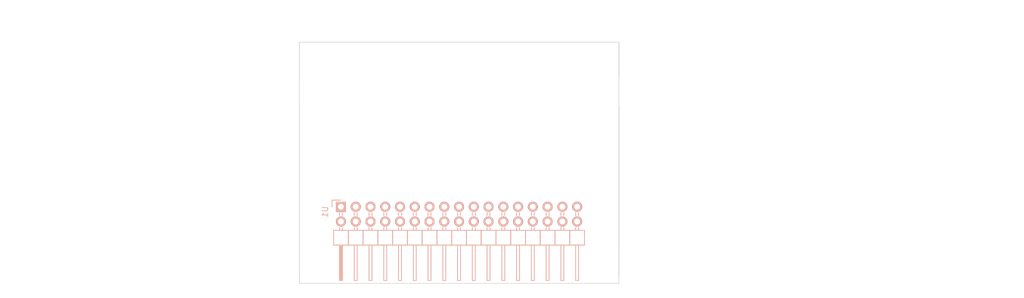
<source format=kicad_pcb>
(kicad_pcb (version 4) (host pcbnew 4.0.2-stable)

  (general
    (links 10)
    (no_connects 10)
    (area 109.233736 87.409199 164.333738 129.089001)
    (thickness 1.6)
    (drawings 23)
    (tracks 0)
    (zones 0)
    (modules 1)
    (nets 26)
  )

  (page A4)
  (layers
    (0 F.Cu signal)
    (31 B.Cu signal)
    (32 B.Adhes user)
    (33 F.Adhes user)
    (34 B.Paste user)
    (35 F.Paste user)
    (36 B.SilkS user)
    (37 F.SilkS user)
    (38 B.Mask user)
    (39 F.Mask user)
    (40 Dwgs.User user)
    (41 Cmts.User user)
    (42 Eco1.User user)
    (43 Eco2.User user)
    (44 Edge.Cuts user)
    (45 Margin user)
    (46 B.CrtYd user)
    (47 F.CrtYd user)
    (48 B.Fab user)
    (49 F.Fab user)
  )

  (setup
    (last_trace_width 0.25)
    (user_trace_width 0.25)
    (user_trace_width 0.6)
    (user_trace_width 2.6)
    (trace_clearance 0.2)
    (zone_clearance 0.508)
    (zone_45_only yes)
    (trace_min 0.2)
    (segment_width 0.2)
    (edge_width 0.15)
    (via_size 0.6)
    (via_drill 0.4)
    (via_min_size 0.4)
    (via_min_drill 0.3)
    (uvia_size 0.3)
    (uvia_drill 0.1)
    (uvias_allowed no)
    (uvia_min_size 0.2)
    (uvia_min_drill 0.1)
    (pcb_text_width 0.3)
    (pcb_text_size 1.5 1.5)
    (mod_edge_width 0.15)
    (mod_text_size 1 1)
    (mod_text_width 0.15)
    (pad_size 2 3)
    (pad_drill 1.2)
    (pad_to_mask_clearance 0.2)
    (aux_axis_origin 136.767 129.166)
    (grid_origin 109.335 87.51)
    (visible_elements 7FFEFFFF)
    (pcbplotparams
      (layerselection 0x010ff_80000001)
      (usegerberextensions false)
      (excludeedgelayer true)
      (linewidth 0.100000)
      (plotframeref false)
      (viasonmask false)
      (mode 1)
      (useauxorigin false)
      (hpglpennumber 1)
      (hpglpenspeed 20)
      (hpglpendiameter 15)
      (hpglpenoverlay 2)
      (psnegative false)
      (psa4output false)
      (plotreference true)
      (plotvalue true)
      (plotinvisibletext false)
      (padsonsilk false)
      (subtractmaskfromsilk false)
      (outputformat 1)
      (mirror false)
      (drillshape 0)
      (scaleselection 1)
      (outputdirectory ""))
  )

  (net 0 "")
  (net 1 /GND)
  (net 2 "Net-(U1-Pad1)")
  (net 3 "Net-(U1-Pad2)")
  (net 4 GND)
  (net 5 "Net-(U1-Pad4)")
  (net 6 "Net-(U1-Pad5)")
  (net 7 "Net-(U1-Pad7)")
  (net 8 "Net-(U1-Pad9)")
  (net 9 "Net-(U1-Pad11)")
  (net 10 "Net-(U1-Pad12)")
  (net 11 "Net-(U1-Pad14)")
  (net 12 "Net-(U1-Pad15)")
  (net 13 "Net-(U1-Pad16)")
  (net 14 "Net-(U1-Pad17)")
  (net 15 "Net-(U1-Pad18)")
  (net 16 "Net-(U1-Pad19)")
  (net 17 "Net-(U1-Pad20)")
  (net 18 "Net-(U1-Pad21)")
  (net 19 "Net-(U1-Pad22)")
  (net 20 "Net-(U1-Pad23)")
  (net 21 "Net-(U1-Pad24)")
  (net 22 "Net-(U1-Pad25)")
  (net 23 "Net-(U1-Pad26)")
  (net 24 V12_2)
  (net 25 VIN)

  (net_class Default "This is the default net class."
    (clearance 0.2)
    (trace_width 0.25)
    (via_dia 0.6)
    (via_drill 0.4)
    (uvia_dia 0.3)
    (uvia_drill 0.1)
    (add_net GND)
    (add_net "Net-(U1-Pad1)")
    (add_net "Net-(U1-Pad11)")
    (add_net "Net-(U1-Pad12)")
    (add_net "Net-(U1-Pad14)")
    (add_net "Net-(U1-Pad15)")
    (add_net "Net-(U1-Pad16)")
    (add_net "Net-(U1-Pad17)")
    (add_net "Net-(U1-Pad18)")
    (add_net "Net-(U1-Pad19)")
    (add_net "Net-(U1-Pad2)")
    (add_net "Net-(U1-Pad20)")
    (add_net "Net-(U1-Pad21)")
    (add_net "Net-(U1-Pad22)")
    (add_net "Net-(U1-Pad23)")
    (add_net "Net-(U1-Pad24)")
    (add_net "Net-(U1-Pad25)")
    (add_net "Net-(U1-Pad26)")
    (add_net "Net-(U1-Pad4)")
    (add_net "Net-(U1-Pad5)")
    (add_net "Net-(U1-Pad7)")
    (add_net "Net-(U1-Pad9)")
    (add_net V12_2)
    (add_net VIN)
  )

  (net_class High_Power ""
    (clearance 0.2)
    (trace_width 2.6)
    (via_dia 0.6)
    (via_drill 0.4)
    (uvia_dia 0.3)
    (uvia_drill 0.1)
  )

  (net_class Power ""
    (clearance 0.2)
    (trace_width 1)
    (via_dia 0.6)
    (via_drill 0.4)
    (uvia_dia 0.3)
    (uvia_drill 0.1)
  )

  (module Pin_Headers:Pin_Header_Angled_2x17 (layer B.Cu) (tedit 57BA8673) (tstamp 57BE942E)
    (at 116.447 115.831 270)
    (descr "Through hole pin header")
    (tags "pin header")
    (path /57BA8F21)
    (fp_text reference U1 (at 0.889 2.7305 270) (layer B.SilkS)
      (effects (font (size 1 1) (thickness 0.15)) (justify mirror))
    )
    (fp_text value OpenCNX_34Pin (at 0 3.1 270) (layer B.Fab)
      (effects (font (size 1 1) (thickness 0.15)) (justify mirror))
    )
    (fp_line (start -1.35 1.75) (end -1.35 -42.4) (layer B.CrtYd) (width 0.05))
    (fp_line (start 13.2 1.75) (end 13.2 -42.4) (layer B.CrtYd) (width 0.05))
    (fp_line (start -1.35 1.75) (end 13.2 1.75) (layer B.CrtYd) (width 0.05))
    (fp_line (start -1.35 -42.4) (end 13.2 -42.4) (layer B.CrtYd) (width 0.05))
    (fp_line (start 1.524 -7.366) (end 1.016 -7.366) (layer B.SilkS) (width 0.15))
    (fp_line (start 1.524 -7.874) (end 1.016 -7.874) (layer B.SilkS) (width 0.15))
    (fp_line (start 1.524 -9.906) (end 1.016 -9.906) (layer B.SilkS) (width 0.15))
    (fp_line (start 1.524 -10.414) (end 1.016 -10.414) (layer B.SilkS) (width 0.15))
    (fp_line (start 1.524 -5.334) (end 1.016 -5.334) (layer B.SilkS) (width 0.15))
    (fp_line (start 1.524 -4.826) (end 1.016 -4.826) (layer B.SilkS) (width 0.15))
    (fp_line (start 1.524 -2.794) (end 1.016 -2.794) (layer B.SilkS) (width 0.15))
    (fp_line (start 1.524 -2.286) (end 1.016 -2.286) (layer B.SilkS) (width 0.15))
    (fp_line (start 1.524 -0.254) (end 1.016 -0.254) (layer B.SilkS) (width 0.15))
    (fp_line (start 1.524 0.254) (end 1.016 0.254) (layer B.SilkS) (width 0.15))
    (fp_line (start 1.524 -37.846) (end 1.016 -37.846) (layer B.SilkS) (width 0.15))
    (fp_line (start 1.524 -38.354) (end 1.016 -38.354) (layer B.SilkS) (width 0.15))
    (fp_line (start 1.524 -40.386) (end 1.016 -40.386) (layer B.SilkS) (width 0.15))
    (fp_line (start 1.524 -40.894) (end 1.016 -40.894) (layer B.SilkS) (width 0.15))
    (fp_line (start 1.524 -35.814) (end 1.016 -35.814) (layer B.SilkS) (width 0.15))
    (fp_line (start 1.524 -35.306) (end 1.016 -35.306) (layer B.SilkS) (width 0.15))
    (fp_line (start 1.524 -33.274) (end 1.016 -33.274) (layer B.SilkS) (width 0.15))
    (fp_line (start 1.524 -32.766) (end 1.016 -32.766) (layer B.SilkS) (width 0.15))
    (fp_line (start 1.524 -27.686) (end 1.016 -27.686) (layer B.SilkS) (width 0.15))
    (fp_line (start 1.524 -28.194) (end 1.016 -28.194) (layer B.SilkS) (width 0.15))
    (fp_line (start 1.524 -30.226) (end 1.016 -30.226) (layer B.SilkS) (width 0.15))
    (fp_line (start 1.524 -30.734) (end 1.016 -30.734) (layer B.SilkS) (width 0.15))
    (fp_line (start 1.524 -25.654) (end 1.016 -25.654) (layer B.SilkS) (width 0.15))
    (fp_line (start 1.524 -25.146) (end 1.016 -25.146) (layer B.SilkS) (width 0.15))
    (fp_line (start 1.524 -23.114) (end 1.016 -23.114) (layer B.SilkS) (width 0.15))
    (fp_line (start 1.524 -22.606) (end 1.016 -22.606) (layer B.SilkS) (width 0.15))
    (fp_line (start 1.524 -12.446) (end 1.016 -12.446) (layer B.SilkS) (width 0.15))
    (fp_line (start 1.524 -12.954) (end 1.016 -12.954) (layer B.SilkS) (width 0.15))
    (fp_line (start 1.524 -14.986) (end 1.016 -14.986) (layer B.SilkS) (width 0.15))
    (fp_line (start 1.524 -15.494) (end 1.016 -15.494) (layer B.SilkS) (width 0.15))
    (fp_line (start 1.524 -20.574) (end 1.016 -20.574) (layer B.SilkS) (width 0.15))
    (fp_line (start 1.524 -20.066) (end 1.016 -20.066) (layer B.SilkS) (width 0.15))
    (fp_line (start 1.524 -18.034) (end 1.016 -18.034) (layer B.SilkS) (width 0.15))
    (fp_line (start 1.524 -17.526) (end 1.016 -17.526) (layer B.SilkS) (width 0.15))
    (fp_line (start 4.064 -40.894) (end 3.556 -40.894) (layer B.SilkS) (width 0.15))
    (fp_line (start 4.064 -40.386) (end 3.556 -40.386) (layer B.SilkS) (width 0.15))
    (fp_line (start 4.064 -25.146) (end 3.556 -25.146) (layer B.SilkS) (width 0.15))
    (fp_line (start 4.064 -25.654) (end 3.556 -25.654) (layer B.SilkS) (width 0.15))
    (fp_line (start 4.064 -27.686) (end 3.556 -27.686) (layer B.SilkS) (width 0.15))
    (fp_line (start 4.064 -28.194) (end 3.556 -28.194) (layer B.SilkS) (width 0.15))
    (fp_line (start 4.064 -23.114) (end 3.556 -23.114) (layer B.SilkS) (width 0.15))
    (fp_line (start 4.064 -22.606) (end 3.556 -22.606) (layer B.SilkS) (width 0.15))
    (fp_line (start 4.064 -20.574) (end 3.556 -20.574) (layer B.SilkS) (width 0.15))
    (fp_line (start 4.064 -20.066) (end 3.556 -20.066) (layer B.SilkS) (width 0.15))
    (fp_line (start 4.064 -30.226) (end 3.556 -30.226) (layer B.SilkS) (width 0.15))
    (fp_line (start 4.064 -30.734) (end 3.556 -30.734) (layer B.SilkS) (width 0.15))
    (fp_line (start 4.064 -32.766) (end 3.556 -32.766) (layer B.SilkS) (width 0.15))
    (fp_line (start 4.064 -33.274) (end 3.556 -33.274) (layer B.SilkS) (width 0.15))
    (fp_line (start 4.064 -38.354) (end 3.556 -38.354) (layer B.SilkS) (width 0.15))
    (fp_line (start 4.064 -37.846) (end 3.556 -37.846) (layer B.SilkS) (width 0.15))
    (fp_line (start 4.064 -35.814) (end 3.556 -35.814) (layer B.SilkS) (width 0.15))
    (fp_line (start 4.064 -35.306) (end 3.556 -35.306) (layer B.SilkS) (width 0.15))
    (fp_line (start 4.064 -14.986) (end 3.556 -14.986) (layer B.SilkS) (width 0.15))
    (fp_line (start 4.064 -15.494) (end 3.556 -15.494) (layer B.SilkS) (width 0.15))
    (fp_line (start 4.064 -17.526) (end 3.556 -17.526) (layer B.SilkS) (width 0.15))
    (fp_line (start 4.064 -18.034) (end 3.556 -18.034) (layer B.SilkS) (width 0.15))
    (fp_line (start 4.064 -12.954) (end 3.556 -12.954) (layer B.SilkS) (width 0.15))
    (fp_line (start 4.064 -12.446) (end 3.556 -12.446) (layer B.SilkS) (width 0.15))
    (fp_line (start 4.064 -10.414) (end 3.556 -10.414) (layer B.SilkS) (width 0.15))
    (fp_line (start 4.064 -9.906) (end 3.556 -9.906) (layer B.SilkS) (width 0.15))
    (fp_line (start 4.064 0.254) (end 3.556 0.254) (layer B.SilkS) (width 0.15))
    (fp_line (start 4.064 -0.254) (end 3.556 -0.254) (layer B.SilkS) (width 0.15))
    (fp_line (start 4.064 -2.286) (end 3.556 -2.286) (layer B.SilkS) (width 0.15))
    (fp_line (start 4.064 -2.794) (end 3.556 -2.794) (layer B.SilkS) (width 0.15))
    (fp_line (start 4.064 -7.874) (end 3.556 -7.874) (layer B.SilkS) (width 0.15))
    (fp_line (start 4.064 -7.366) (end 3.556 -7.366) (layer B.SilkS) (width 0.15))
    (fp_line (start 4.064 -5.334) (end 3.556 -5.334) (layer B.SilkS) (width 0.15))
    (fp_line (start 4.064 -4.826) (end 3.556 -4.826) (layer B.SilkS) (width 0.15))
    (fp_line (start 0 1.55) (end -1.15 1.55) (layer B.SilkS) (width 0.15))
    (fp_line (start -1.15 1.55) (end -1.15 0) (layer B.SilkS) (width 0.15))
    (fp_line (start 6.604 0.127) (end 12.573 0.127) (layer B.SilkS) (width 0.15))
    (fp_line (start 12.573 0.127) (end 12.573 -0.127) (layer B.SilkS) (width 0.15))
    (fp_line (start 12.573 -0.127) (end 6.731 -0.127) (layer B.SilkS) (width 0.15))
    (fp_line (start 6.731 -0.127) (end 6.731 0) (layer B.SilkS) (width 0.15))
    (fp_line (start 6.731 0) (end 12.573 0) (layer B.SilkS) (width 0.15))
    (fp_line (start 4.064 -39.37) (end 6.604 -39.37) (layer B.SilkS) (width 0.15))
    (fp_line (start 4.064 -39.37) (end 4.064 -41.91) (layer B.SilkS) (width 0.15))
    (fp_line (start 6.604 -40.386) (end 12.7 -40.386) (layer B.SilkS) (width 0.15))
    (fp_line (start 12.7 -40.386) (end 12.7 -40.894) (layer B.SilkS) (width 0.15))
    (fp_line (start 12.7 -40.894) (end 6.604 -40.894) (layer B.SilkS) (width 0.15))
    (fp_line (start 6.604 -41.91) (end 6.604 -39.37) (layer B.SilkS) (width 0.15))
    (fp_line (start 4.064 -41.91) (end 6.604 -41.91) (layer B.SilkS) (width 0.15))
    (fp_line (start 4.064 -19.05) (end 6.604 -19.05) (layer B.SilkS) (width 0.15))
    (fp_line (start 4.064 -19.05) (end 4.064 -21.59) (layer B.SilkS) (width 0.15))
    (fp_line (start 4.064 -21.59) (end 6.604 -21.59) (layer B.SilkS) (width 0.15))
    (fp_line (start 6.604 -20.066) (end 12.7 -20.066) (layer B.SilkS) (width 0.15))
    (fp_line (start 12.7 -20.066) (end 12.7 -20.574) (layer B.SilkS) (width 0.15))
    (fp_line (start 12.7 -20.574) (end 6.604 -20.574) (layer B.SilkS) (width 0.15))
    (fp_line (start 6.604 -21.59) (end 6.604 -19.05) (layer B.SilkS) (width 0.15))
    (fp_line (start 6.604 -24.13) (end 6.604 -21.59) (layer B.SilkS) (width 0.15))
    (fp_line (start 12.7 -23.114) (end 6.604 -23.114) (layer B.SilkS) (width 0.15))
    (fp_line (start 12.7 -22.606) (end 12.7 -23.114) (layer B.SilkS) (width 0.15))
    (fp_line (start 6.604 -22.606) (end 12.7 -22.606) (layer B.SilkS) (width 0.15))
    (fp_line (start 4.064 -24.13) (end 6.604 -24.13) (layer B.SilkS) (width 0.15))
    (fp_line (start 4.064 -21.59) (end 4.064 -24.13) (layer B.SilkS) (width 0.15))
    (fp_line (start 4.064 -21.59) (end 6.604 -21.59) (layer B.SilkS) (width 0.15))
    (fp_line (start 4.064 -26.67) (end 6.604 -26.67) (layer B.SilkS) (width 0.15))
    (fp_line (start 4.064 -26.67) (end 4.064 -29.21) (layer B.SilkS) (width 0.15))
    (fp_line (start 4.064 -29.21) (end 6.604 -29.21) (layer B.SilkS) (width 0.15))
    (fp_line (start 6.604 -27.686) (end 12.7 -27.686) (layer B.SilkS) (width 0.15))
    (fp_line (start 12.7 -27.686) (end 12.7 -28.194) (layer B.SilkS) (width 0.15))
    (fp_line (start 12.7 -28.194) (end 6.604 -28.194) (layer B.SilkS) (width 0.15))
    (fp_line (start 6.604 -29.21) (end 6.604 -26.67) (layer B.SilkS) (width 0.15))
    (fp_line (start 6.604 -26.67) (end 6.604 -24.13) (layer B.SilkS) (width 0.15))
    (fp_line (start 12.7 -25.654) (end 6.604 -25.654) (layer B.SilkS) (width 0.15))
    (fp_line (start 12.7 -25.146) (end 12.7 -25.654) (layer B.SilkS) (width 0.15))
    (fp_line (start 6.604 -25.146) (end 12.7 -25.146) (layer B.SilkS) (width 0.15))
    (fp_line (start 4.064 -26.67) (end 6.604 -26.67) (layer B.SilkS) (width 0.15))
    (fp_line (start 4.064 -24.13) (end 4.064 -26.67) (layer B.SilkS) (width 0.15))
    (fp_line (start 4.064 -24.13) (end 6.604 -24.13) (layer B.SilkS) (width 0.15))
    (fp_line (start 4.064 -34.29) (end 6.604 -34.29) (layer B.SilkS) (width 0.15))
    (fp_line (start 4.064 -34.29) (end 4.064 -36.83) (layer B.SilkS) (width 0.15))
    (fp_line (start 4.064 -36.83) (end 6.604 -36.83) (layer B.SilkS) (width 0.15))
    (fp_line (start 6.604 -35.306) (end 12.7 -35.306) (layer B.SilkS) (width 0.15))
    (fp_line (start 12.7 -35.306) (end 12.7 -35.814) (layer B.SilkS) (width 0.15))
    (fp_line (start 12.7 -35.814) (end 6.604 -35.814) (layer B.SilkS) (width 0.15))
    (fp_line (start 6.604 -36.83) (end 6.604 -34.29) (layer B.SilkS) (width 0.15))
    (fp_line (start 6.604 -39.37) (end 6.604 -36.83) (layer B.SilkS) (width 0.15))
    (fp_line (start 12.7 -38.354) (end 6.604 -38.354) (layer B.SilkS) (width 0.15))
    (fp_line (start 12.7 -37.846) (end 12.7 -38.354) (layer B.SilkS) (width 0.15))
    (fp_line (start 6.604 -37.846) (end 12.7 -37.846) (layer B.SilkS) (width 0.15))
    (fp_line (start 4.064 -39.37) (end 6.604 -39.37) (layer B.SilkS) (width 0.15))
    (fp_line (start 4.064 -36.83) (end 4.064 -39.37) (layer B.SilkS) (width 0.15))
    (fp_line (start 4.064 -36.83) (end 6.604 -36.83) (layer B.SilkS) (width 0.15))
    (fp_line (start 4.064 -31.75) (end 6.604 -31.75) (layer B.SilkS) (width 0.15))
    (fp_line (start 4.064 -31.75) (end 4.064 -34.29) (layer B.SilkS) (width 0.15))
    (fp_line (start 4.064 -34.29) (end 6.604 -34.29) (layer B.SilkS) (width 0.15))
    (fp_line (start 6.604 -32.766) (end 12.7 -32.766) (layer B.SilkS) (width 0.15))
    (fp_line (start 12.7 -32.766) (end 12.7 -33.274) (layer B.SilkS) (width 0.15))
    (fp_line (start 12.7 -33.274) (end 6.604 -33.274) (layer B.SilkS) (width 0.15))
    (fp_line (start 6.604 -34.29) (end 6.604 -31.75) (layer B.SilkS) (width 0.15))
    (fp_line (start 6.604 -31.75) (end 6.604 -29.21) (layer B.SilkS) (width 0.15))
    (fp_line (start 12.7 -30.734) (end 6.604 -30.734) (layer B.SilkS) (width 0.15))
    (fp_line (start 12.7 -30.226) (end 12.7 -30.734) (layer B.SilkS) (width 0.15))
    (fp_line (start 6.604 -30.226) (end 12.7 -30.226) (layer B.SilkS) (width 0.15))
    (fp_line (start 4.064 -31.75) (end 6.604 -31.75) (layer B.SilkS) (width 0.15))
    (fp_line (start 4.064 -29.21) (end 4.064 -31.75) (layer B.SilkS) (width 0.15))
    (fp_line (start 4.064 -29.21) (end 6.604 -29.21) (layer B.SilkS) (width 0.15))
    (fp_line (start 4.064 -8.89) (end 6.604 -8.89) (layer B.SilkS) (width 0.15))
    (fp_line (start 4.064 -8.89) (end 4.064 -11.43) (layer B.SilkS) (width 0.15))
    (fp_line (start 4.064 -11.43) (end 6.604 -11.43) (layer B.SilkS) (width 0.15))
    (fp_line (start 6.604 -9.906) (end 12.7 -9.906) (layer B.SilkS) (width 0.15))
    (fp_line (start 12.7 -9.906) (end 12.7 -10.414) (layer B.SilkS) (width 0.15))
    (fp_line (start 12.7 -10.414) (end 6.604 -10.414) (layer B.SilkS) (width 0.15))
    (fp_line (start 6.604 -11.43) (end 6.604 -8.89) (layer B.SilkS) (width 0.15))
    (fp_line (start 6.604 -13.97) (end 6.604 -11.43) (layer B.SilkS) (width 0.15))
    (fp_line (start 12.7 -12.954) (end 6.604 -12.954) (layer B.SilkS) (width 0.15))
    (fp_line (start 12.7 -12.446) (end 12.7 -12.954) (layer B.SilkS) (width 0.15))
    (fp_line (start 6.604 -12.446) (end 12.7 -12.446) (layer B.SilkS) (width 0.15))
    (fp_line (start 4.064 -13.97) (end 6.604 -13.97) (layer B.SilkS) (width 0.15))
    (fp_line (start 4.064 -11.43) (end 4.064 -13.97) (layer B.SilkS) (width 0.15))
    (fp_line (start 4.064 -11.43) (end 6.604 -11.43) (layer B.SilkS) (width 0.15))
    (fp_line (start 4.064 -16.51) (end 6.604 -16.51) (layer B.SilkS) (width 0.15))
    (fp_line (start 4.064 -16.51) (end 4.064 -19.05) (layer B.SilkS) (width 0.15))
    (fp_line (start 4.064 -19.05) (end 6.604 -19.05) (layer B.SilkS) (width 0.15))
    (fp_line (start 6.604 -17.526) (end 12.7 -17.526) (layer B.SilkS) (width 0.15))
    (fp_line (start 12.7 -17.526) (end 12.7 -18.034) (layer B.SilkS) (width 0.15))
    (fp_line (start 12.7 -18.034) (end 6.604 -18.034) (layer B.SilkS) (width 0.15))
    (fp_line (start 6.604 -19.05) (end 6.604 -16.51) (layer B.SilkS) (width 0.15))
    (fp_line (start 6.604 -16.51) (end 6.604 -13.97) (layer B.SilkS) (width 0.15))
    (fp_line (start 12.7 -15.494) (end 6.604 -15.494) (layer B.SilkS) (width 0.15))
    (fp_line (start 12.7 -14.986) (end 12.7 -15.494) (layer B.SilkS) (width 0.15))
    (fp_line (start 6.604 -14.986) (end 12.7 -14.986) (layer B.SilkS) (width 0.15))
    (fp_line (start 4.064 -16.51) (end 6.604 -16.51) (layer B.SilkS) (width 0.15))
    (fp_line (start 4.064 -13.97) (end 4.064 -16.51) (layer B.SilkS) (width 0.15))
    (fp_line (start 4.064 -13.97) (end 6.604 -13.97) (layer B.SilkS) (width 0.15))
    (fp_line (start 4.064 -3.81) (end 6.604 -3.81) (layer B.SilkS) (width 0.15))
    (fp_line (start 4.064 -3.81) (end 4.064 -6.35) (layer B.SilkS) (width 0.15))
    (fp_line (start 4.064 -6.35) (end 6.604 -6.35) (layer B.SilkS) (width 0.15))
    (fp_line (start 6.604 -4.826) (end 12.7 -4.826) (layer B.SilkS) (width 0.15))
    (fp_line (start 12.7 -4.826) (end 12.7 -5.334) (layer B.SilkS) (width 0.15))
    (fp_line (start 12.7 -5.334) (end 6.604 -5.334) (layer B.SilkS) (width 0.15))
    (fp_line (start 6.604 -6.35) (end 6.604 -3.81) (layer B.SilkS) (width 0.15))
    (fp_line (start 6.604 -8.89) (end 6.604 -6.35) (layer B.SilkS) (width 0.15))
    (fp_line (start 12.7 -7.874) (end 6.604 -7.874) (layer B.SilkS) (width 0.15))
    (fp_line (start 12.7 -7.366) (end 12.7 -7.874) (layer B.SilkS) (width 0.15))
    (fp_line (start 6.604 -7.366) (end 12.7 -7.366) (layer B.SilkS) (width 0.15))
    (fp_line (start 4.064 -8.89) (end 6.604 -8.89) (layer B.SilkS) (width 0.15))
    (fp_line (start 4.064 -6.35) (end 4.064 -8.89) (layer B.SilkS) (width 0.15))
    (fp_line (start 4.064 -6.35) (end 6.604 -6.35) (layer B.SilkS) (width 0.15))
    (fp_line (start 4.064 -1.27) (end 6.604 -1.27) (layer B.SilkS) (width 0.15))
    (fp_line (start 4.064 -1.27) (end 4.064 -3.81) (layer B.SilkS) (width 0.15))
    (fp_line (start 4.064 -3.81) (end 6.604 -3.81) (layer B.SilkS) (width 0.15))
    (fp_line (start 6.604 -2.286) (end 12.7 -2.286) (layer B.SilkS) (width 0.15))
    (fp_line (start 12.7 -2.286) (end 12.7 -2.794) (layer B.SilkS) (width 0.15))
    (fp_line (start 12.7 -2.794) (end 6.604 -2.794) (layer B.SilkS) (width 0.15))
    (fp_line (start 6.604 -3.81) (end 6.604 -1.27) (layer B.SilkS) (width 0.15))
    (fp_line (start 6.604 -1.27) (end 6.604 1.27) (layer B.SilkS) (width 0.15))
    (fp_line (start 12.7 -0.254) (end 6.604 -0.254) (layer B.SilkS) (width 0.15))
    (fp_line (start 12.7 0.254) (end 12.7 -0.254) (layer B.SilkS) (width 0.15))
    (fp_line (start 6.604 0.254) (end 12.7 0.254) (layer B.SilkS) (width 0.15))
    (fp_line (start 4.064 -1.27) (end 6.604 -1.27) (layer B.SilkS) (width 0.15))
    (fp_line (start 4.064 1.27) (end 4.064 -1.27) (layer B.SilkS) (width 0.15))
    (fp_line (start 4.064 1.27) (end 6.604 1.27) (layer B.SilkS) (width 0.15))
    (pad 1 thru_hole rect (at 0 0 270) (size 1.7272 1.7272) (drill 1.016) (layers *.Cu *.Mask B.SilkS)
      (net 2 "Net-(U1-Pad1)"))
    (pad 2 thru_hole oval (at 2.54 0 270) (size 1.7272 1.7272) (drill 1.016) (layers *.Cu *.Mask B.SilkS)
      (net 3 "Net-(U1-Pad2)"))
    (pad 3 thru_hole oval (at 0 -2.54 270) (size 1.7272 1.7272) (drill 1.016) (layers *.Cu *.Mask B.SilkS)
      (net 4 GND))
    (pad 4 thru_hole oval (at 2.54 -2.54 270) (size 1.7272 1.7272) (drill 1.016) (layers *.Cu *.Mask B.SilkS)
      (net 5 "Net-(U1-Pad4)"))
    (pad 5 thru_hole oval (at 0 -5.08 270) (size 1.7272 1.7272) (drill 1.016) (layers *.Cu *.Mask B.SilkS)
      (net 6 "Net-(U1-Pad5)"))
    (pad 6 thru_hole oval (at 2.54 -5.08 270) (size 1.7272 1.7272) (drill 1.016) (layers *.Cu *.Mask B.SilkS)
      (net 4 GND))
    (pad 7 thru_hole oval (at 0 -7.62 270) (size 1.7272 1.7272) (drill 1.016) (layers *.Cu *.Mask B.SilkS)
      (net 7 "Net-(U1-Pad7)"))
    (pad 8 thru_hole oval (at 2.54 -7.62 270) (size 1.7272 1.7272) (drill 1.016) (layers *.Cu *.Mask B.SilkS)
      (net 4 GND))
    (pad 9 thru_hole oval (at 0 -10.16 270) (size 1.7272 1.7272) (drill 1.016) (layers *.Cu *.Mask B.SilkS)
      (net 8 "Net-(U1-Pad9)"))
    (pad 10 thru_hole oval (at 2.54 -10.16 270) (size 1.7272 1.7272) (drill 1.016) (layers *.Cu *.Mask B.SilkS)
      (net 4 GND))
    (pad 11 thru_hole oval (at 0 -12.7 270) (size 1.7272 1.7272) (drill 1.016) (layers *.Cu *.Mask B.SilkS)
      (net 9 "Net-(U1-Pad11)"))
    (pad 12 thru_hole oval (at 2.54 -12.7 270) (size 1.7272 1.7272) (drill 1.016) (layers *.Cu *.Mask B.SilkS)
      (net 10 "Net-(U1-Pad12)"))
    (pad 13 thru_hole oval (at 0 -15.24 270) (size 1.7272 1.7272) (drill 1.016) (layers *.Cu *.Mask B.SilkS)
      (net 4 GND))
    (pad 14 thru_hole oval (at 2.54 -15.24 270) (size 1.7272 1.7272) (drill 1.016) (layers *.Cu *.Mask B.SilkS)
      (net 11 "Net-(U1-Pad14)"))
    (pad 15 thru_hole oval (at 0 -17.78 270) (size 1.7272 1.7272) (drill 1.016) (layers *.Cu *.Mask B.SilkS)
      (net 12 "Net-(U1-Pad15)"))
    (pad 16 thru_hole oval (at 2.54 -17.78 270) (size 1.7272 1.7272) (drill 1.016) (layers *.Cu *.Mask B.SilkS)
      (net 13 "Net-(U1-Pad16)"))
    (pad 17 thru_hole oval (at 0 -20.32 270) (size 1.7272 1.7272) (drill 1.016) (layers *.Cu *.Mask B.SilkS)
      (net 14 "Net-(U1-Pad17)"))
    (pad 18 thru_hole oval (at 2.54 -20.32 270) (size 1.7272 1.7272) (drill 1.016) (layers *.Cu *.Mask B.SilkS)
      (net 15 "Net-(U1-Pad18)"))
    (pad 19 thru_hole oval (at 0 -22.86 270) (size 1.7272 1.7272) (drill 1.016) (layers *.Cu *.Mask B.SilkS)
      (net 16 "Net-(U1-Pad19)"))
    (pad 20 thru_hole oval (at 2.54 -22.86 270) (size 1.7272 1.7272) (drill 1.016) (layers *.Cu *.Mask B.SilkS)
      (net 17 "Net-(U1-Pad20)"))
    (pad 21 thru_hole oval (at 0 -25.4 270) (size 1.7272 1.7272) (drill 1.016) (layers *.Cu *.Mask B.SilkS)
      (net 18 "Net-(U1-Pad21)"))
    (pad 22 thru_hole oval (at 2.54 -25.4 270) (size 1.7272 1.7272) (drill 1.016) (layers *.Cu *.Mask B.SilkS)
      (net 19 "Net-(U1-Pad22)"))
    (pad 23 thru_hole oval (at 0 -27.94 270) (size 1.7272 1.7272) (drill 1.016) (layers *.Cu *.Mask B.SilkS)
      (net 20 "Net-(U1-Pad23)"))
    (pad 24 thru_hole oval (at 2.54 -27.94 270) (size 1.7272 1.7272) (drill 1.016) (layers *.Cu *.Mask B.SilkS)
      (net 21 "Net-(U1-Pad24)"))
    (pad 25 thru_hole oval (at 0 -30.48 270) (size 1.7272 1.7272) (drill 1.016) (layers *.Cu *.Mask B.SilkS)
      (net 22 "Net-(U1-Pad25)"))
    (pad 26 thru_hole oval (at 2.54 -30.48 270) (size 1.7272 1.7272) (drill 1.016) (layers *.Cu *.Mask B.SilkS)
      (net 23 "Net-(U1-Pad26)"))
    (pad 27 thru_hole oval (at 0 -33.02 270) (size 1.7272 1.7272) (drill 1.016) (layers *.Cu *.Mask B.SilkS)
      (net 4 GND))
    (pad 28 thru_hole oval (at 2.54 -33.02 270) (size 1.7272 1.7272) (drill 1.016) (layers *.Cu *.Mask B.SilkS)
      (net 4 GND))
    (pad 29 thru_hole oval (at 0 -35.56 270) (size 1.7272 1.7272) (drill 1.016) (layers *.Cu *.Mask B.SilkS)
      (net 24 V12_2))
    (pad 30 thru_hole oval (at 2.54 -35.56 270) (size 1.7272 1.7272) (drill 1.016) (layers *.Cu *.Mask B.SilkS)
      (net 24 V12_2))
    (pad 31 thru_hole oval (at 0 -38.1 270) (size 1.7272 1.7272) (drill 1.016) (layers *.Cu *.Mask B.SilkS)
      (net 25 VIN))
    (pad 32 thru_hole oval (at 2.54 -38.1 270) (size 1.7272 1.7272) (drill 1.016) (layers *.Cu *.Mask B.SilkS)
      (net 25 VIN))
    (pad 33 thru_hole oval (at 0 -40.64 270) (size 1.7272 1.7272) (drill 1.016) (layers *.Cu *.Mask B.SilkS)
      (net 25 VIN))
    (pad 34 thru_hole oval (at 2.54 -40.64 270) (size 1.7272 1.7272) (drill 1.016) (layers *.Cu *.Mask B.SilkS)
      (net 25 VIN))
    (model "../../../../../../Users/Makible/Downloads/2x17 male pin header.wrl"
      (at (xyz 0.445 -0.8100000000000001 0.08))
      (scale (xyz 0.394 0.394 0.394))
      (rotate (xyz 0 0 -90))
    )
  )

  (gr_line (start 109.2842 129.039) (end 109.335 129.039) (angle 90) (layer Edge.Cuts) (width 0.1))
  (gr_line (start 164.2752 87.4592) (end 164.2752 129.039) (angle 90) (layer Edge.Cuts) (width 0.1))
  (gr_line (start 109.2842 128.0484) (end 109.2842 129.039) (angle 90) (layer Edge.Cuts) (width 0.1))
  (gr_line (start 109.2842 87.4592) (end 109.2842 129.039) (angle 90) (layer Edge.Cuts) (width 0.1))
  (gr_line (start 164.2625 129.039) (end 109.335 129.039) (angle 90) (layer Edge.Cuts) (width 0.1))
  (gr_line (start 109.2842 128.023) (end 109.2842 128.3024) (angle 90) (layer Edge.Cuts) (width 0.1))
  (gr_line (start 109.2842 128.03824) (end 109.2842 121.94224) (angle 90) (layer Edge.Cuts) (width 0.1))
  (gr_line (start 164.28028 122.00828) (end 164.28028 128.03824) (angle 90) (layer Edge.Cuts) (width 0.1))
  (gr_line (start 164.28028 121.94732) (end 164.28028 122.01336) (angle 90) (layer Edge.Cuts) (width 0.1))
  (gr_text "After placing all components and running\ntracks between them, use the area fill tool\n(it is a green box with a pad symbol in the middle, \nlocated on the right) to automatically create ground\nplanes. You can leave the ground pads unconnected\nand then use vias to connect places that need it." (at 172.125 118.7) (layer Dwgs.User)
    (effects (font (size 1.5 1.5) (thickness 0.3)) (justify left))
  )
  (gr_text "Place all connectors to the RIGHT of the box\nto provide clearance for casing." (at 110.725 83.05) (layer Dwgs.User)
    (effects (font (size 1.5 1.5) (thickness 0.3)) (justify right))
  )
  (gr_text "Place all connectors to the LEFT of the box\nto provide clearance for casing." (at 162.425 82.8) (layer Dwgs.User)
    (effects (font (size 1.5 1.5) (thickness 0.3)) (justify left))
  )
  (gr_text "KK254\nKK396\n\nLower Boundary Of Plastic Spacer\n(Place all FRONT components below this, \nor 2mm above this to clear.)" (at 169.025 99.95) (layer Dwgs.User)
    (effects (font (size 1.5 1.5) (thickness 0.3)) (justify left))
  )
  (gr_line (start 112.875 93.4) (end 160.775 93.4) (angle 90) (layer Dwgs.User) (width 0.2))
  (gr_line (start 112.725 96.2) (end 160.825 96.2) (angle 90) (layer Dwgs.User) (width 0.2))
  (gr_line (start 112.825 101) (end 112.825 87.45) (angle 90) (layer Dwgs.User) (width 0.2))
  (gr_line (start 160.825 101) (end 112.825 101) (angle 90) (layer Dwgs.User) (width 0.2))
  (gr_line (start 160.825 87.45) (end 160.825 101) (angle 90) (layer Dwgs.User) (width 0.2))
  (gr_line (start 109.283737 98.459737) (end 109.283737 121.959737) (layer Edge.Cuts) (width 0.1))
  (gr_line (start 164.283737 121.959737) (end 164.283737 98.459737) (layer Edge.Cuts) (width 0.1))
  (gr_line (start 109.283737 87.459737) (end 109.283737 93.659737) (layer Edge.Cuts) (width 0.1))
  (gr_line (start 164.283737 93.659737) (end 164.283737 87.459737) (layer Edge.Cuts) (width 0.1))
  (gr_line (start 164.283737 87.459737) (end 109.283737 87.459737) (layer Edge.Cuts) (width 0.1))

  (zone (net 1) (net_name /GND) (layer B.Cu) (tstamp 579237E4) (hatch edge 0.508)
    (connect_pads (clearance 0.508))
    (min_thickness 0.254)
    (fill (arc_segments 16) (thermal_gap 0.508) (thermal_bridge_width 0.508))
    (polygon
      (pts
        (xy 164.88492 130.77112) (xy 107.83492 130.87112) (xy 108.1019 87.077) (xy 165.0519 86.977) (xy 164.9408 125.5438)
      )
    )
  )
  (zone (net 0) (net_name "") (layer F.Cu) (tstamp 57B464F8) (hatch edge 0.508)
    (connect_pads (clearance 0.508))
    (min_thickness 0.254)
    (keepout (tracks not_allowed) (vias not_allowed) (copperpour allowed))
    (fill (arc_segments 16) (thermal_gap 0.508) (thermal_bridge_width 0.508))
    (polygon
      (pts
        (xy 166.246636 131.579515) (xy 164.250196 131.574435) (xy 106.94 130.39308) (xy 107.308975 86.792378) (xy 107.708518 86.790759)
        (xy 107.7122 86.7762) (xy 107.711955 86.790745) (xy 166.64984 86.55188) (xy 166.246636 131.579515)
      )
    )
  )
)

</source>
